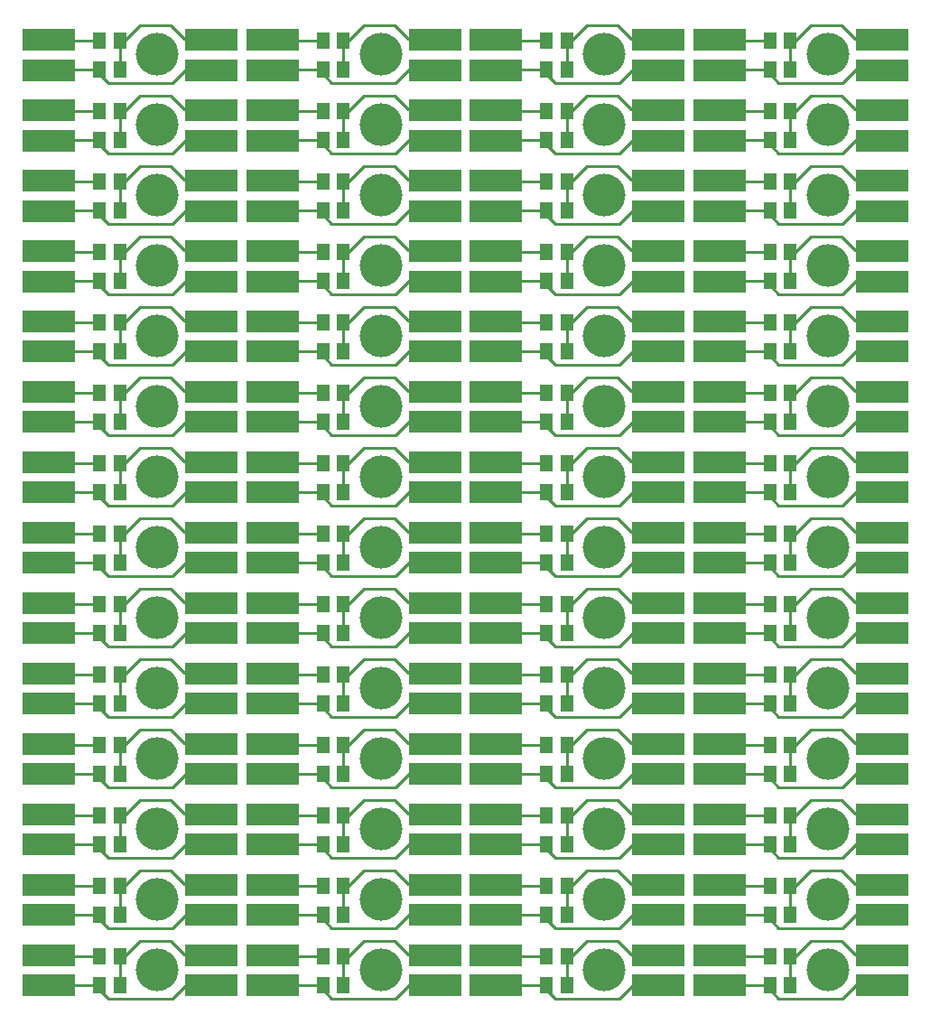
<source format=gbr>
%FSLAX34Y34*%
%MOMM*%
%LNCOPPER_BOTTOM*%
G71*
G01*
%ADD10R, 5.000X2.000*%
%ADD11R, 1.300X1.600*%
%ADD12C, 0.250*%
%ADD13C, 4.000*%
%LPD*%
X33332Y947083D02*
G54D10*
D03*
X33332Y975658D02*
G54D10*
D03*
X80962Y974725D02*
G54D11*
D03*
X99962Y974725D02*
G54D11*
D03*
X80962Y947738D02*
G54D11*
D03*
X99962Y947738D02*
G54D11*
D03*
G54D12*
X80962Y974725D02*
X52388Y974725D01*
G54D12*
X80962Y947738D02*
X52388Y947738D01*
G54D12*
X99962Y974725D02*
X99962Y949325D01*
X185732Y947083D02*
G54D10*
D03*
X185732Y975658D02*
G54D10*
D03*
X134938Y962025D02*
G54D13*
D03*
G54D12*
X99962Y974725D02*
X104775Y974725D01*
X119062Y989012D01*
X147638Y989012D01*
X160338Y976312D01*
X185077Y976312D01*
X185732Y975658D01*
G54D12*
X80962Y947738D02*
X80962Y942975D01*
X88900Y935038D01*
X149225Y935038D01*
X161925Y947738D01*
X185077Y947738D01*
X185732Y947083D01*
X242882Y947083D02*
G54D10*
D03*
X242882Y975658D02*
G54D10*
D03*
X290512Y974725D02*
G54D11*
D03*
X309512Y974725D02*
G54D11*
D03*
X290512Y947738D02*
G54D11*
D03*
X309512Y947738D02*
G54D11*
D03*
G54D12*
X290512Y974725D02*
X261938Y974725D01*
G54D12*
X290512Y947738D02*
X261938Y947738D01*
G54D12*
X309512Y974725D02*
X309512Y949325D01*
X395282Y947083D02*
G54D10*
D03*
X395282Y975658D02*
G54D10*
D03*
X344488Y962025D02*
G54D13*
D03*
G54D12*
X309512Y974725D02*
X314325Y974725D01*
X328612Y989012D01*
X357188Y989012D01*
X369888Y976312D01*
X394627Y976312D01*
X395282Y975658D01*
G54D12*
X290512Y947738D02*
X290512Y942975D01*
X298450Y935038D01*
X358775Y935038D01*
X371475Y947738D01*
X394627Y947738D01*
X395282Y947083D01*
X452432Y947083D02*
G54D10*
D03*
X452432Y975658D02*
G54D10*
D03*
X500062Y974725D02*
G54D11*
D03*
X519062Y974725D02*
G54D11*
D03*
X500062Y947738D02*
G54D11*
D03*
X519062Y947738D02*
G54D11*
D03*
G54D12*
X500062Y974725D02*
X471488Y974725D01*
G54D12*
X500062Y947738D02*
X471488Y947738D01*
G54D12*
X519062Y974725D02*
X519062Y949325D01*
X604832Y947083D02*
G54D10*
D03*
X604832Y975658D02*
G54D10*
D03*
X554038Y962025D02*
G54D13*
D03*
G54D12*
X519062Y974725D02*
X523875Y974725D01*
X538162Y989012D01*
X566738Y989012D01*
X579438Y976312D01*
X604177Y976312D01*
X604832Y975658D01*
G54D12*
X500062Y947738D02*
X500062Y942975D01*
X508000Y935038D01*
X568325Y935038D01*
X581025Y947738D01*
X604177Y947738D01*
X604832Y947083D01*
X661982Y947083D02*
G54D10*
D03*
X661982Y975658D02*
G54D10*
D03*
X709612Y974725D02*
G54D11*
D03*
X728612Y974725D02*
G54D11*
D03*
X709612Y947738D02*
G54D11*
D03*
X728612Y947738D02*
G54D11*
D03*
G54D12*
X709612Y974725D02*
X681038Y974725D01*
G54D12*
X709612Y947738D02*
X681038Y947738D01*
G54D12*
X728612Y974725D02*
X728612Y949325D01*
X814382Y947083D02*
G54D10*
D03*
X814382Y975658D02*
G54D10*
D03*
X763588Y962025D02*
G54D13*
D03*
G54D12*
X728612Y974725D02*
X733425Y974725D01*
X747712Y989012D01*
X776288Y989012D01*
X788988Y976312D01*
X813727Y976312D01*
X814382Y975658D01*
G54D12*
X709612Y947738D02*
X709612Y942975D01*
X717550Y935038D01*
X777875Y935038D01*
X790575Y947738D01*
X813727Y947738D01*
X814382Y947083D01*
X33332Y881063D02*
G54D10*
D03*
X33332Y909638D02*
G54D10*
D03*
X80962Y908705D02*
G54D11*
D03*
X99962Y908705D02*
G54D11*
D03*
X80962Y881717D02*
G54D11*
D03*
X99962Y881717D02*
G54D11*
D03*
G54D12*
X80962Y908705D02*
X52388Y908705D01*
G54D12*
X80962Y881717D02*
X52388Y881717D01*
G54D12*
X99962Y908705D02*
X99962Y883305D01*
X185732Y881063D02*
G54D10*
D03*
X185732Y909638D02*
G54D10*
D03*
X134938Y896005D02*
G54D13*
D03*
G54D12*
X99962Y908705D02*
X104775Y908705D01*
X119062Y922992D01*
X147638Y922992D01*
X160338Y910292D01*
X185077Y910292D01*
X185732Y909638D01*
G54D12*
X80962Y881717D02*
X80962Y876955D01*
X88900Y869017D01*
X149225Y869017D01*
X161925Y881717D01*
X185077Y881717D01*
X185732Y881063D01*
X242882Y881063D02*
G54D10*
D03*
X242882Y909638D02*
G54D10*
D03*
X290512Y908705D02*
G54D11*
D03*
X309512Y908705D02*
G54D11*
D03*
X290512Y881717D02*
G54D11*
D03*
X309512Y881717D02*
G54D11*
D03*
G54D12*
X290512Y908705D02*
X261938Y908705D01*
G54D12*
X290512Y881717D02*
X261938Y881717D01*
G54D12*
X309512Y908705D02*
X309512Y883305D01*
X395282Y881063D02*
G54D10*
D03*
X395282Y909638D02*
G54D10*
D03*
X344488Y896005D02*
G54D13*
D03*
G54D12*
X309512Y908705D02*
X314325Y908705D01*
X328612Y922992D01*
X357188Y922992D01*
X369888Y910292D01*
X394627Y910292D01*
X395282Y909638D01*
G54D12*
X290512Y881717D02*
X290512Y876955D01*
X298450Y869017D01*
X358775Y869017D01*
X371475Y881717D01*
X394627Y881717D01*
X395282Y881063D01*
X452432Y881063D02*
G54D10*
D03*
X452432Y909638D02*
G54D10*
D03*
X500062Y908705D02*
G54D11*
D03*
X519062Y908705D02*
G54D11*
D03*
X500062Y881717D02*
G54D11*
D03*
X519062Y881717D02*
G54D11*
D03*
G54D12*
X500062Y908705D02*
X471488Y908705D01*
G54D12*
X500062Y881717D02*
X471488Y881717D01*
G54D12*
X519062Y908705D02*
X519062Y883305D01*
X604832Y881063D02*
G54D10*
D03*
X604832Y909638D02*
G54D10*
D03*
X554038Y896005D02*
G54D13*
D03*
G54D12*
X519062Y908705D02*
X523875Y908705D01*
X538162Y922992D01*
X566738Y922992D01*
X579438Y910292D01*
X604177Y910292D01*
X604832Y909638D01*
G54D12*
X500062Y881717D02*
X500062Y876955D01*
X508000Y869017D01*
X568325Y869017D01*
X581025Y881717D01*
X604177Y881717D01*
X604832Y881063D01*
X661982Y881063D02*
G54D10*
D03*
X661982Y909638D02*
G54D10*
D03*
X709612Y908705D02*
G54D11*
D03*
X728612Y908705D02*
G54D11*
D03*
X709612Y881717D02*
G54D11*
D03*
X728612Y881717D02*
G54D11*
D03*
G54D12*
X709612Y908705D02*
X681038Y908705D01*
G54D12*
X709612Y881717D02*
X681038Y881717D01*
G54D12*
X728612Y908705D02*
X728612Y883305D01*
X814382Y881063D02*
G54D10*
D03*
X814382Y909638D02*
G54D10*
D03*
X763588Y896005D02*
G54D13*
D03*
G54D12*
X728612Y908705D02*
X733425Y908705D01*
X747712Y922992D01*
X776288Y922992D01*
X788988Y910292D01*
X813727Y910292D01*
X814382Y909638D01*
G54D12*
X709612Y881717D02*
X709612Y876955D01*
X717550Y869017D01*
X777875Y869017D01*
X790575Y881717D01*
X813727Y881717D01*
X814382Y881063D01*
X33332Y815043D02*
G54D10*
D03*
X33332Y843617D02*
G54D10*
D03*
X80962Y842685D02*
G54D11*
D03*
X99962Y842685D02*
G54D11*
D03*
X80962Y815697D02*
G54D11*
D03*
X99962Y815697D02*
G54D11*
D03*
G54D12*
X80962Y842685D02*
X52388Y842685D01*
G54D12*
X80962Y815697D02*
X52388Y815697D01*
G54D12*
X99962Y842685D02*
X99962Y817285D01*
X185732Y815043D02*
G54D10*
D03*
X185732Y843617D02*
G54D10*
D03*
X134938Y829985D02*
G54D13*
D03*
G54D12*
X99962Y842685D02*
X104775Y842685D01*
X119062Y856972D01*
X147638Y856972D01*
X160338Y844272D01*
X185077Y844272D01*
X185732Y843617D01*
G54D12*
X80962Y815697D02*
X80962Y810935D01*
X88900Y802997D01*
X149225Y802997D01*
X161925Y815697D01*
X185077Y815697D01*
X185732Y815043D01*
X242882Y815043D02*
G54D10*
D03*
X242882Y843617D02*
G54D10*
D03*
X290512Y842685D02*
G54D11*
D03*
X309512Y842685D02*
G54D11*
D03*
X290512Y815697D02*
G54D11*
D03*
X309512Y815697D02*
G54D11*
D03*
G54D12*
X290512Y842685D02*
X261938Y842685D01*
G54D12*
X290512Y815697D02*
X261938Y815697D01*
G54D12*
X309512Y842685D02*
X309512Y817285D01*
X395282Y815043D02*
G54D10*
D03*
X395282Y843617D02*
G54D10*
D03*
X344488Y829985D02*
G54D13*
D03*
G54D12*
X309512Y842685D02*
X314325Y842685D01*
X328612Y856972D01*
X357188Y856972D01*
X369888Y844272D01*
X394627Y844272D01*
X395282Y843617D01*
G54D12*
X290512Y815697D02*
X290512Y810935D01*
X298450Y802997D01*
X358775Y802997D01*
X371475Y815697D01*
X394627Y815697D01*
X395282Y815043D01*
X452432Y815043D02*
G54D10*
D03*
X452432Y843617D02*
G54D10*
D03*
X500062Y842685D02*
G54D11*
D03*
X519062Y842685D02*
G54D11*
D03*
X500062Y815697D02*
G54D11*
D03*
X519062Y815697D02*
G54D11*
D03*
G54D12*
X500062Y842685D02*
X471488Y842685D01*
G54D12*
X500062Y815697D02*
X471488Y815697D01*
G54D12*
X519062Y842685D02*
X519062Y817285D01*
X604832Y815043D02*
G54D10*
D03*
X604832Y843617D02*
G54D10*
D03*
X554038Y829985D02*
G54D13*
D03*
G54D12*
X519062Y842685D02*
X523875Y842685D01*
X538162Y856972D01*
X566738Y856972D01*
X579438Y844272D01*
X604177Y844272D01*
X604832Y843617D01*
G54D12*
X500062Y815697D02*
X500062Y810935D01*
X508000Y802997D01*
X568325Y802997D01*
X581025Y815697D01*
X604177Y815697D01*
X604832Y815043D01*
X661982Y815043D02*
G54D10*
D03*
X661982Y843617D02*
G54D10*
D03*
X709612Y842685D02*
G54D11*
D03*
X728612Y842685D02*
G54D11*
D03*
X709612Y815697D02*
G54D11*
D03*
X728612Y815697D02*
G54D11*
D03*
G54D12*
X709612Y842685D02*
X681038Y842685D01*
G54D12*
X709612Y815697D02*
X681038Y815697D01*
G54D12*
X728612Y842685D02*
X728612Y817285D01*
X814382Y815043D02*
G54D10*
D03*
X814382Y843617D02*
G54D10*
D03*
X763588Y829985D02*
G54D13*
D03*
G54D12*
X728612Y842685D02*
X733425Y842685D01*
X747712Y856972D01*
X776288Y856972D01*
X788988Y844272D01*
X813727Y844272D01*
X814382Y843617D01*
G54D12*
X709612Y815697D02*
X709612Y810935D01*
X717550Y802997D01*
X777875Y802997D01*
X790575Y815697D01*
X813727Y815697D01*
X814382Y815043D01*
X33332Y749023D02*
G54D10*
D03*
X33332Y777597D02*
G54D10*
D03*
X80962Y776665D02*
G54D11*
D03*
X99962Y776665D02*
G54D11*
D03*
X80962Y749677D02*
G54D11*
D03*
X99962Y749677D02*
G54D11*
D03*
G54D12*
X80962Y776665D02*
X52388Y776665D01*
G54D12*
X80962Y749677D02*
X52388Y749677D01*
G54D12*
X99962Y776665D02*
X99962Y751265D01*
X185732Y749023D02*
G54D10*
D03*
X185732Y777597D02*
G54D10*
D03*
X134938Y763965D02*
G54D13*
D03*
G54D12*
X99962Y776665D02*
X104775Y776665D01*
X119062Y790952D01*
X147638Y790952D01*
X160338Y778252D01*
X185077Y778252D01*
X185732Y777597D01*
G54D12*
X80962Y749677D02*
X80962Y744915D01*
X88900Y736978D01*
X149225Y736978D01*
X161925Y749677D01*
X185077Y749677D01*
X185732Y749023D01*
X242882Y749023D02*
G54D10*
D03*
X242882Y777597D02*
G54D10*
D03*
X290512Y776665D02*
G54D11*
D03*
X309512Y776665D02*
G54D11*
D03*
X290512Y749677D02*
G54D11*
D03*
X309512Y749677D02*
G54D11*
D03*
G54D12*
X290512Y776665D02*
X261938Y776665D01*
G54D12*
X290512Y749677D02*
X261938Y749677D01*
G54D12*
X309512Y776665D02*
X309512Y751265D01*
X395282Y749023D02*
G54D10*
D03*
X395282Y777597D02*
G54D10*
D03*
X344488Y763965D02*
G54D13*
D03*
G54D12*
X309512Y776665D02*
X314325Y776665D01*
X328612Y790952D01*
X357188Y790952D01*
X369888Y778252D01*
X394627Y778252D01*
X395282Y777597D01*
G54D12*
X290512Y749677D02*
X290512Y744915D01*
X298450Y736978D01*
X358775Y736978D01*
X371475Y749677D01*
X394627Y749677D01*
X395282Y749023D01*
X452432Y749023D02*
G54D10*
D03*
X452432Y777597D02*
G54D10*
D03*
X500062Y776665D02*
G54D11*
D03*
X519062Y776665D02*
G54D11*
D03*
X500062Y749677D02*
G54D11*
D03*
X519062Y749677D02*
G54D11*
D03*
G54D12*
X500062Y776665D02*
X471488Y776665D01*
G54D12*
X500062Y749677D02*
X471488Y749677D01*
G54D12*
X519062Y776665D02*
X519062Y751265D01*
X604832Y749023D02*
G54D10*
D03*
X604832Y777597D02*
G54D10*
D03*
X554038Y763965D02*
G54D13*
D03*
G54D12*
X519062Y776665D02*
X523875Y776665D01*
X538162Y790952D01*
X566738Y790952D01*
X579438Y778252D01*
X604177Y778252D01*
X604832Y777597D01*
G54D12*
X500062Y749677D02*
X500062Y744915D01*
X508000Y736978D01*
X568325Y736978D01*
X581025Y749677D01*
X604177Y749677D01*
X604832Y749023D01*
X661982Y749023D02*
G54D10*
D03*
X661982Y777597D02*
G54D10*
D03*
X709612Y776665D02*
G54D11*
D03*
X728612Y776665D02*
G54D11*
D03*
X709612Y749677D02*
G54D11*
D03*
X728612Y749677D02*
G54D11*
D03*
G54D12*
X709612Y776665D02*
X681038Y776665D01*
G54D12*
X709612Y749677D02*
X681038Y749677D01*
G54D12*
X728612Y776665D02*
X728612Y751265D01*
X814382Y749023D02*
G54D10*
D03*
X814382Y777597D02*
G54D10*
D03*
X763588Y763965D02*
G54D13*
D03*
G54D12*
X728612Y776665D02*
X733425Y776665D01*
X747712Y790952D01*
X776288Y790952D01*
X788988Y778252D01*
X813727Y778252D01*
X814382Y777597D01*
G54D12*
X709612Y749677D02*
X709612Y744915D01*
X717550Y736978D01*
X777875Y736978D01*
X790575Y749677D01*
X813727Y749677D01*
X814382Y749023D01*
X33332Y683003D02*
G54D10*
D03*
X33332Y711578D02*
G54D10*
D03*
X80962Y710645D02*
G54D11*
D03*
X99962Y710645D02*
G54D11*
D03*
X80962Y683658D02*
G54D11*
D03*
X99962Y683658D02*
G54D11*
D03*
G54D12*
X80962Y710645D02*
X52388Y710645D01*
G54D12*
X80962Y683658D02*
X52388Y683658D01*
G54D12*
X99962Y710645D02*
X99962Y685245D01*
X185732Y683003D02*
G54D10*
D03*
X185732Y711578D02*
G54D10*
D03*
X134938Y697945D02*
G54D13*
D03*
G54D12*
X99962Y710645D02*
X104775Y710645D01*
X119062Y724932D01*
X147638Y724932D01*
X160338Y712232D01*
X185077Y712232D01*
X185732Y711578D01*
G54D12*
X80962Y683658D02*
X80962Y678895D01*
X88900Y670958D01*
X149225Y670958D01*
X161925Y683658D01*
X185077Y683658D01*
X185732Y683003D01*
X242882Y683003D02*
G54D10*
D03*
X242882Y711578D02*
G54D10*
D03*
X290512Y710645D02*
G54D11*
D03*
X309512Y710645D02*
G54D11*
D03*
X290512Y683658D02*
G54D11*
D03*
X309512Y683658D02*
G54D11*
D03*
G54D12*
X290512Y710645D02*
X261938Y710645D01*
G54D12*
X290512Y683658D02*
X261938Y683658D01*
G54D12*
X309512Y710645D02*
X309512Y685245D01*
X395282Y683003D02*
G54D10*
D03*
X395282Y711578D02*
G54D10*
D03*
X344488Y697945D02*
G54D13*
D03*
G54D12*
X309512Y710645D02*
X314325Y710645D01*
X328612Y724932D01*
X357188Y724932D01*
X369888Y712232D01*
X394627Y712232D01*
X395282Y711578D01*
G54D12*
X290512Y683658D02*
X290512Y678895D01*
X298450Y670958D01*
X358775Y670958D01*
X371475Y683658D01*
X394627Y683658D01*
X395282Y683003D01*
X452432Y683003D02*
G54D10*
D03*
X452432Y711578D02*
G54D10*
D03*
X500062Y710645D02*
G54D11*
D03*
X519062Y710645D02*
G54D11*
D03*
X500062Y683658D02*
G54D11*
D03*
X519062Y683658D02*
G54D11*
D03*
G54D12*
X500062Y710645D02*
X471488Y710645D01*
G54D12*
X500062Y683658D02*
X471488Y683658D01*
G54D12*
X519062Y710645D02*
X519062Y685245D01*
X604832Y683003D02*
G54D10*
D03*
X604832Y711578D02*
G54D10*
D03*
X554038Y697945D02*
G54D13*
D03*
G54D12*
X519062Y710645D02*
X523875Y710645D01*
X538162Y724932D01*
X566738Y724932D01*
X579438Y712232D01*
X604177Y712232D01*
X604832Y711578D01*
G54D12*
X500062Y683658D02*
X500062Y678895D01*
X508000Y670958D01*
X568325Y670958D01*
X581025Y683658D01*
X604177Y683658D01*
X604832Y683003D01*
X661982Y683003D02*
G54D10*
D03*
X661982Y711578D02*
G54D10*
D03*
X709612Y710645D02*
G54D11*
D03*
X728612Y710645D02*
G54D11*
D03*
X709612Y683658D02*
G54D11*
D03*
X728612Y683658D02*
G54D11*
D03*
G54D12*
X709612Y710645D02*
X681038Y710645D01*
G54D12*
X709612Y683658D02*
X681038Y683658D01*
G54D12*
X728612Y710645D02*
X728612Y685245D01*
X814382Y683003D02*
G54D10*
D03*
X814382Y711578D02*
G54D10*
D03*
X763588Y697945D02*
G54D13*
D03*
G54D12*
X728612Y710645D02*
X733425Y710645D01*
X747712Y724932D01*
X776288Y724932D01*
X788988Y712232D01*
X813727Y712232D01*
X814382Y711578D01*
G54D12*
X709612Y683658D02*
X709612Y678895D01*
X717550Y670958D01*
X777875Y670958D01*
X790575Y683658D01*
X813727Y683658D01*
X814382Y683003D01*
X33332Y616983D02*
G54D10*
D03*
X33332Y645558D02*
G54D10*
D03*
X80962Y644625D02*
G54D11*
D03*
X99962Y644625D02*
G54D11*
D03*
X80962Y617638D02*
G54D11*
D03*
X99962Y617638D02*
G54D11*
D03*
G54D12*
X80962Y644625D02*
X52388Y644625D01*
G54D12*
X80962Y617638D02*
X52388Y617638D01*
G54D12*
X99962Y644625D02*
X99962Y619225D01*
X185732Y616983D02*
G54D10*
D03*
X185732Y645558D02*
G54D10*
D03*
X134938Y631925D02*
G54D13*
D03*
G54D12*
X99962Y644625D02*
X104775Y644625D01*
X119062Y658912D01*
X147638Y658912D01*
X160338Y646212D01*
X185077Y646212D01*
X185732Y645558D01*
G54D12*
X80962Y617638D02*
X80962Y612875D01*
X88900Y604938D01*
X149225Y604938D01*
X161925Y617638D01*
X185077Y617638D01*
X185732Y616983D01*
X242882Y616983D02*
G54D10*
D03*
X242882Y645558D02*
G54D10*
D03*
X290512Y644625D02*
G54D11*
D03*
X309512Y644625D02*
G54D11*
D03*
X290512Y617638D02*
G54D11*
D03*
X309512Y617638D02*
G54D11*
D03*
G54D12*
X290512Y644625D02*
X261938Y644625D01*
G54D12*
X290512Y617638D02*
X261938Y617638D01*
G54D12*
X309512Y644625D02*
X309512Y619225D01*
X395282Y616983D02*
G54D10*
D03*
X395282Y645558D02*
G54D10*
D03*
X344488Y631925D02*
G54D13*
D03*
G54D12*
X309512Y644625D02*
X314325Y644625D01*
X328612Y658912D01*
X357188Y658912D01*
X369888Y646212D01*
X394627Y646212D01*
X395282Y645558D01*
G54D12*
X290512Y617638D02*
X290512Y612875D01*
X298450Y604938D01*
X358775Y604938D01*
X371475Y617638D01*
X394627Y617638D01*
X395282Y616983D01*
X452432Y616983D02*
G54D10*
D03*
X452432Y645558D02*
G54D10*
D03*
X500062Y644625D02*
G54D11*
D03*
X519062Y644625D02*
G54D11*
D03*
X500062Y617638D02*
G54D11*
D03*
X519062Y617638D02*
G54D11*
D03*
G54D12*
X500062Y644625D02*
X471488Y644625D01*
G54D12*
X500062Y617638D02*
X471488Y617638D01*
G54D12*
X519062Y644625D02*
X519062Y619225D01*
X604832Y616983D02*
G54D10*
D03*
X604832Y645558D02*
G54D10*
D03*
X554038Y631925D02*
G54D13*
D03*
G54D12*
X519062Y644625D02*
X523875Y644625D01*
X538162Y658912D01*
X566738Y658912D01*
X579438Y646212D01*
X604177Y646212D01*
X604832Y645558D01*
G54D12*
X500062Y617638D02*
X500062Y612875D01*
X508000Y604938D01*
X568325Y604938D01*
X581025Y617638D01*
X604177Y617638D01*
X604832Y616983D01*
X661982Y616983D02*
G54D10*
D03*
X661982Y645558D02*
G54D10*
D03*
X709612Y644625D02*
G54D11*
D03*
X728612Y644625D02*
G54D11*
D03*
X709612Y617638D02*
G54D11*
D03*
X728612Y617638D02*
G54D11*
D03*
G54D12*
X709612Y644625D02*
X681038Y644625D01*
G54D12*
X709612Y617638D02*
X681038Y617638D01*
G54D12*
X728612Y644625D02*
X728612Y619225D01*
X814382Y616983D02*
G54D10*
D03*
X814382Y645558D02*
G54D10*
D03*
X763588Y631925D02*
G54D13*
D03*
G54D12*
X728612Y644625D02*
X733425Y644625D01*
X747712Y658912D01*
X776288Y658912D01*
X788988Y646212D01*
X813727Y646212D01*
X814382Y645558D01*
G54D12*
X709612Y617638D02*
X709612Y612875D01*
X717550Y604938D01*
X777875Y604938D01*
X790575Y617638D01*
X813727Y617638D01*
X814382Y616983D01*
X33332Y550963D02*
G54D10*
D03*
X33332Y579538D02*
G54D10*
D03*
X80962Y578605D02*
G54D11*
D03*
X99962Y578605D02*
G54D11*
D03*
X80962Y551618D02*
G54D11*
D03*
X99962Y551618D02*
G54D11*
D03*
G54D12*
X80962Y578605D02*
X52388Y578605D01*
G54D12*
X80962Y551618D02*
X52388Y551618D01*
G54D12*
X99962Y578605D02*
X99962Y553205D01*
X185732Y550963D02*
G54D10*
D03*
X185732Y579538D02*
G54D10*
D03*
X134938Y565905D02*
G54D13*
D03*
G54D12*
X99962Y578605D02*
X104775Y578605D01*
X119062Y592892D01*
X147638Y592892D01*
X160338Y580192D01*
X185077Y580192D01*
X185732Y579538D01*
G54D12*
X80962Y551618D02*
X80962Y546855D01*
X88900Y538918D01*
X149225Y538918D01*
X161925Y551618D01*
X185077Y551618D01*
X185732Y550963D01*
X242882Y550963D02*
G54D10*
D03*
X242882Y579538D02*
G54D10*
D03*
X290512Y578605D02*
G54D11*
D03*
X309512Y578605D02*
G54D11*
D03*
X290512Y551618D02*
G54D11*
D03*
X309512Y551618D02*
G54D11*
D03*
G54D12*
X290512Y578605D02*
X261938Y578605D01*
G54D12*
X290512Y551618D02*
X261938Y551618D01*
G54D12*
X309512Y578605D02*
X309512Y553205D01*
X395282Y550963D02*
G54D10*
D03*
X395282Y579538D02*
G54D10*
D03*
X344488Y565905D02*
G54D13*
D03*
G54D12*
X309512Y578605D02*
X314325Y578605D01*
X328612Y592892D01*
X357188Y592892D01*
X369888Y580192D01*
X394627Y580192D01*
X395282Y579538D01*
G54D12*
X290512Y551618D02*
X290512Y546855D01*
X298450Y538918D01*
X358775Y538918D01*
X371475Y551618D01*
X394627Y551618D01*
X395282Y550963D01*
X452432Y550963D02*
G54D10*
D03*
X452432Y579538D02*
G54D10*
D03*
X500062Y578605D02*
G54D11*
D03*
X519062Y578605D02*
G54D11*
D03*
X500062Y551618D02*
G54D11*
D03*
X519062Y551618D02*
G54D11*
D03*
G54D12*
X500062Y578605D02*
X471488Y578605D01*
G54D12*
X500062Y551618D02*
X471488Y551618D01*
G54D12*
X519062Y578605D02*
X519062Y553205D01*
X604832Y550963D02*
G54D10*
D03*
X604832Y579538D02*
G54D10*
D03*
X554038Y565905D02*
G54D13*
D03*
G54D12*
X519062Y578605D02*
X523875Y578605D01*
X538162Y592892D01*
X566738Y592892D01*
X579438Y580192D01*
X604177Y580192D01*
X604832Y579538D01*
G54D12*
X500062Y551618D02*
X500062Y546855D01*
X508000Y538918D01*
X568325Y538918D01*
X581025Y551618D01*
X604177Y551618D01*
X604832Y550963D01*
X661982Y550963D02*
G54D10*
D03*
X661982Y579538D02*
G54D10*
D03*
X709612Y578605D02*
G54D11*
D03*
X728612Y578605D02*
G54D11*
D03*
X709612Y551618D02*
G54D11*
D03*
X728612Y551618D02*
G54D11*
D03*
G54D12*
X709612Y578605D02*
X681038Y578605D01*
G54D12*
X709612Y551618D02*
X681038Y551618D01*
G54D12*
X728612Y578605D02*
X728612Y553205D01*
X814382Y550963D02*
G54D10*
D03*
X814382Y579538D02*
G54D10*
D03*
X763588Y565905D02*
G54D13*
D03*
G54D12*
X728612Y578605D02*
X733425Y578605D01*
X747712Y592892D01*
X776288Y592892D01*
X788988Y580192D01*
X813727Y580192D01*
X814382Y579538D01*
G54D12*
X709612Y551618D02*
X709612Y546855D01*
X717550Y538918D01*
X777875Y538918D01*
X790575Y551618D01*
X813727Y551618D01*
X814382Y550963D01*
X33332Y484943D02*
G54D10*
D03*
X33332Y513518D02*
G54D10*
D03*
X80962Y512585D02*
G54D11*
D03*
X99962Y512585D02*
G54D11*
D03*
X80962Y485598D02*
G54D11*
D03*
X99962Y485598D02*
G54D11*
D03*
G54D12*
X80962Y512585D02*
X52388Y512585D01*
G54D12*
X80962Y485598D02*
X52388Y485598D01*
G54D12*
X99962Y512585D02*
X99962Y487185D01*
X185732Y484943D02*
G54D10*
D03*
X185732Y513518D02*
G54D10*
D03*
X134938Y499885D02*
G54D13*
D03*
G54D12*
X99962Y512585D02*
X104775Y512585D01*
X119062Y526872D01*
X147638Y526872D01*
X160338Y514172D01*
X185077Y514172D01*
X185732Y513518D01*
G54D12*
X80962Y485598D02*
X80962Y480835D01*
X88900Y472898D01*
X149225Y472898D01*
X161925Y485598D01*
X185077Y485598D01*
X185732Y484943D01*
X242882Y484943D02*
G54D10*
D03*
X242882Y513518D02*
G54D10*
D03*
X290512Y512585D02*
G54D11*
D03*
X309512Y512585D02*
G54D11*
D03*
X290512Y485598D02*
G54D11*
D03*
X309512Y485598D02*
G54D11*
D03*
G54D12*
X290512Y512585D02*
X261938Y512585D01*
G54D12*
X290512Y485598D02*
X261938Y485598D01*
G54D12*
X309512Y512585D02*
X309512Y487185D01*
X395282Y484943D02*
G54D10*
D03*
X395282Y513518D02*
G54D10*
D03*
X344488Y499885D02*
G54D13*
D03*
G54D12*
X309512Y512585D02*
X314325Y512585D01*
X328612Y526872D01*
X357188Y526872D01*
X369888Y514172D01*
X394627Y514172D01*
X395282Y513518D01*
G54D12*
X290512Y485598D02*
X290512Y480835D01*
X298450Y472898D01*
X358775Y472898D01*
X371475Y485598D01*
X394627Y485598D01*
X395282Y484943D01*
X452432Y484943D02*
G54D10*
D03*
X452432Y513518D02*
G54D10*
D03*
X500062Y512585D02*
G54D11*
D03*
X519062Y512585D02*
G54D11*
D03*
X500062Y485598D02*
G54D11*
D03*
X519062Y485598D02*
G54D11*
D03*
G54D12*
X500062Y512585D02*
X471488Y512585D01*
G54D12*
X500062Y485598D02*
X471488Y485598D01*
G54D12*
X519062Y512585D02*
X519062Y487185D01*
X604832Y484943D02*
G54D10*
D03*
X604832Y513518D02*
G54D10*
D03*
X554038Y499885D02*
G54D13*
D03*
G54D12*
X519062Y512585D02*
X523875Y512585D01*
X538162Y526872D01*
X566738Y526872D01*
X579438Y514172D01*
X604177Y514172D01*
X604832Y513518D01*
G54D12*
X500062Y485598D02*
X500062Y480835D01*
X508000Y472898D01*
X568325Y472898D01*
X581025Y485598D01*
X604177Y485598D01*
X604832Y484943D01*
X661982Y484943D02*
G54D10*
D03*
X661982Y513518D02*
G54D10*
D03*
X709612Y512585D02*
G54D11*
D03*
X728612Y512585D02*
G54D11*
D03*
X709612Y485598D02*
G54D11*
D03*
X728612Y485598D02*
G54D11*
D03*
G54D12*
X709612Y512585D02*
X681038Y512585D01*
G54D12*
X709612Y485598D02*
X681038Y485598D01*
G54D12*
X728612Y512585D02*
X728612Y487185D01*
X814382Y484943D02*
G54D10*
D03*
X814382Y513518D02*
G54D10*
D03*
X763588Y499885D02*
G54D13*
D03*
G54D12*
X728612Y512585D02*
X733425Y512585D01*
X747712Y526872D01*
X776288Y526872D01*
X788988Y514172D01*
X813727Y514172D01*
X814382Y513518D01*
G54D12*
X709612Y485598D02*
X709612Y480835D01*
X717550Y472898D01*
X777875Y472898D01*
X790575Y485598D01*
X813727Y485598D01*
X814382Y484943D01*
X33332Y418923D02*
G54D10*
D03*
X33332Y447498D02*
G54D10*
D03*
X80962Y446565D02*
G54D11*
D03*
X99962Y446565D02*
G54D11*
D03*
X80962Y419578D02*
G54D11*
D03*
X99962Y419578D02*
G54D11*
D03*
G54D12*
X80962Y446565D02*
X52388Y446565D01*
G54D12*
X80962Y419578D02*
X52388Y419578D01*
G54D12*
X99962Y446565D02*
X99962Y421165D01*
X185732Y418923D02*
G54D10*
D03*
X185732Y447498D02*
G54D10*
D03*
X134938Y433865D02*
G54D13*
D03*
G54D12*
X99962Y446565D02*
X104775Y446565D01*
X119062Y460852D01*
X147638Y460852D01*
X160338Y448152D01*
X185077Y448152D01*
X185732Y447498D01*
G54D12*
X80962Y419578D02*
X80962Y414815D01*
X88900Y406878D01*
X149225Y406878D01*
X161925Y419578D01*
X185077Y419578D01*
X185732Y418923D01*
X242882Y418923D02*
G54D10*
D03*
X242882Y447498D02*
G54D10*
D03*
X290512Y446565D02*
G54D11*
D03*
X309512Y446565D02*
G54D11*
D03*
X290512Y419578D02*
G54D11*
D03*
X309512Y419578D02*
G54D11*
D03*
G54D12*
X290512Y446565D02*
X261938Y446565D01*
G54D12*
X290512Y419578D02*
X261938Y419578D01*
G54D12*
X309512Y446565D02*
X309512Y421165D01*
X395282Y418923D02*
G54D10*
D03*
X395282Y447498D02*
G54D10*
D03*
X344488Y433865D02*
G54D13*
D03*
G54D12*
X309512Y446565D02*
X314325Y446565D01*
X328612Y460852D01*
X357188Y460852D01*
X369888Y448152D01*
X394627Y448152D01*
X395282Y447498D01*
G54D12*
X290512Y419578D02*
X290512Y414815D01*
X298450Y406878D01*
X358775Y406878D01*
X371475Y419578D01*
X394627Y419578D01*
X395282Y418923D01*
X452432Y418923D02*
G54D10*
D03*
X452432Y447498D02*
G54D10*
D03*
X500062Y446565D02*
G54D11*
D03*
X519062Y446565D02*
G54D11*
D03*
X500062Y419578D02*
G54D11*
D03*
X519062Y419578D02*
G54D11*
D03*
G54D12*
X500062Y446565D02*
X471488Y446565D01*
G54D12*
X500062Y419578D02*
X471488Y419578D01*
G54D12*
X519062Y446565D02*
X519062Y421165D01*
X604832Y418923D02*
G54D10*
D03*
X604832Y447498D02*
G54D10*
D03*
X554038Y433865D02*
G54D13*
D03*
G54D12*
X519062Y446565D02*
X523875Y446565D01*
X538162Y460852D01*
X566738Y460852D01*
X579438Y448152D01*
X604177Y448152D01*
X604832Y447498D01*
G54D12*
X500062Y419578D02*
X500062Y414815D01*
X508000Y406878D01*
X568325Y406878D01*
X581025Y419578D01*
X604177Y419578D01*
X604832Y418923D01*
X661982Y418923D02*
G54D10*
D03*
X661982Y447498D02*
G54D10*
D03*
X709612Y446565D02*
G54D11*
D03*
X728612Y446565D02*
G54D11*
D03*
X709612Y419578D02*
G54D11*
D03*
X728612Y419578D02*
G54D11*
D03*
G54D12*
X709612Y446565D02*
X681038Y446565D01*
G54D12*
X709612Y419578D02*
X681038Y419578D01*
G54D12*
X728612Y446565D02*
X728612Y421165D01*
X814382Y418923D02*
G54D10*
D03*
X814382Y447498D02*
G54D10*
D03*
X763588Y433865D02*
G54D13*
D03*
G54D12*
X728612Y446565D02*
X733425Y446565D01*
X747712Y460852D01*
X776288Y460852D01*
X788988Y448152D01*
X813727Y448152D01*
X814382Y447498D01*
G54D12*
X709612Y419578D02*
X709612Y414815D01*
X717550Y406878D01*
X777875Y406878D01*
X790575Y419578D01*
X813727Y419578D01*
X814382Y418923D01*
X33332Y352903D02*
G54D10*
D03*
X33332Y381478D02*
G54D10*
D03*
X80962Y380545D02*
G54D11*
D03*
X99962Y380545D02*
G54D11*
D03*
X80962Y353558D02*
G54D11*
D03*
X99962Y353558D02*
G54D11*
D03*
G54D12*
X80962Y380545D02*
X52388Y380545D01*
G54D12*
X80962Y353558D02*
X52388Y353558D01*
G54D12*
X99962Y380545D02*
X99962Y355145D01*
X185732Y352903D02*
G54D10*
D03*
X185732Y381478D02*
G54D10*
D03*
X134938Y367845D02*
G54D13*
D03*
G54D12*
X99962Y380545D02*
X104775Y380545D01*
X119062Y394832D01*
X147638Y394832D01*
X160338Y382132D01*
X185077Y382132D01*
X185732Y381478D01*
G54D12*
X80962Y353558D02*
X80962Y348795D01*
X88900Y340858D01*
X149225Y340858D01*
X161925Y353558D01*
X185077Y353558D01*
X185732Y352903D01*
X242882Y352903D02*
G54D10*
D03*
X242882Y381478D02*
G54D10*
D03*
X290512Y380545D02*
G54D11*
D03*
X309512Y380545D02*
G54D11*
D03*
X290512Y353558D02*
G54D11*
D03*
X309512Y353558D02*
G54D11*
D03*
G54D12*
X290512Y380545D02*
X261938Y380545D01*
G54D12*
X290512Y353558D02*
X261938Y353558D01*
G54D12*
X309512Y380545D02*
X309512Y355145D01*
X395282Y352903D02*
G54D10*
D03*
X395282Y381478D02*
G54D10*
D03*
X344488Y367845D02*
G54D13*
D03*
G54D12*
X309512Y380545D02*
X314325Y380545D01*
X328612Y394832D01*
X357188Y394832D01*
X369888Y382132D01*
X394627Y382132D01*
X395282Y381478D01*
G54D12*
X290512Y353558D02*
X290512Y348795D01*
X298450Y340858D01*
X358775Y340858D01*
X371475Y353558D01*
X394627Y353558D01*
X395282Y352903D01*
X452432Y352903D02*
G54D10*
D03*
X452432Y381478D02*
G54D10*
D03*
X500062Y380545D02*
G54D11*
D03*
X519062Y380545D02*
G54D11*
D03*
X500062Y353558D02*
G54D11*
D03*
X519062Y353558D02*
G54D11*
D03*
G54D12*
X500062Y380545D02*
X471488Y380545D01*
G54D12*
X500062Y353558D02*
X471488Y353558D01*
G54D12*
X519062Y380545D02*
X519062Y355145D01*
X604832Y352903D02*
G54D10*
D03*
X604832Y381478D02*
G54D10*
D03*
X554038Y367845D02*
G54D13*
D03*
G54D12*
X519062Y380545D02*
X523875Y380545D01*
X538162Y394832D01*
X566738Y394832D01*
X579438Y382132D01*
X604177Y382132D01*
X604832Y381478D01*
G54D12*
X500062Y353558D02*
X500062Y348795D01*
X508000Y340858D01*
X568325Y340858D01*
X581025Y353558D01*
X604177Y353558D01*
X604832Y352903D01*
X661982Y352903D02*
G54D10*
D03*
X661982Y381478D02*
G54D10*
D03*
X709612Y380545D02*
G54D11*
D03*
X728612Y380545D02*
G54D11*
D03*
X709612Y353558D02*
G54D11*
D03*
X728612Y353558D02*
G54D11*
D03*
G54D12*
X709612Y380545D02*
X681038Y380545D01*
G54D12*
X709612Y353558D02*
X681038Y353558D01*
G54D12*
X728612Y380545D02*
X728612Y355145D01*
X814382Y352903D02*
G54D10*
D03*
X814382Y381478D02*
G54D10*
D03*
X763588Y367845D02*
G54D13*
D03*
G54D12*
X728612Y380545D02*
X733425Y380545D01*
X747712Y394832D01*
X776288Y394832D01*
X788988Y382132D01*
X813727Y382132D01*
X814382Y381478D01*
G54D12*
X709612Y353558D02*
X709612Y348795D01*
X717550Y340858D01*
X777875Y340858D01*
X790575Y353558D01*
X813727Y353558D01*
X814382Y352903D01*
X33332Y286883D02*
G54D10*
D03*
X33332Y315458D02*
G54D10*
D03*
X80962Y314525D02*
G54D11*
D03*
X99962Y314525D02*
G54D11*
D03*
X80962Y287538D02*
G54D11*
D03*
X99962Y287538D02*
G54D11*
D03*
G54D12*
X80962Y314525D02*
X52388Y314525D01*
G54D12*
X80962Y287538D02*
X52388Y287538D01*
G54D12*
X99962Y314525D02*
X99962Y289125D01*
X185732Y286883D02*
G54D10*
D03*
X185732Y315458D02*
G54D10*
D03*
X134938Y301825D02*
G54D13*
D03*
G54D12*
X99962Y314525D02*
X104775Y314525D01*
X119062Y328812D01*
X147638Y328812D01*
X160338Y316112D01*
X185077Y316112D01*
X185732Y315458D01*
G54D12*
X80962Y287538D02*
X80962Y282775D01*
X88900Y274838D01*
X149225Y274838D01*
X161925Y287538D01*
X185077Y287538D01*
X185732Y286883D01*
X242882Y286883D02*
G54D10*
D03*
X242882Y315458D02*
G54D10*
D03*
X290512Y314525D02*
G54D11*
D03*
X309512Y314525D02*
G54D11*
D03*
X290512Y287538D02*
G54D11*
D03*
X309512Y287538D02*
G54D11*
D03*
G54D12*
X290512Y314525D02*
X261938Y314525D01*
G54D12*
X290512Y287538D02*
X261938Y287538D01*
G54D12*
X309512Y314525D02*
X309512Y289125D01*
X395282Y286883D02*
G54D10*
D03*
X395282Y315458D02*
G54D10*
D03*
X344488Y301825D02*
G54D13*
D03*
G54D12*
X309512Y314525D02*
X314325Y314525D01*
X328612Y328812D01*
X357188Y328812D01*
X369888Y316112D01*
X394627Y316112D01*
X395282Y315458D01*
G54D12*
X290512Y287538D02*
X290512Y282775D01*
X298450Y274838D01*
X358775Y274838D01*
X371475Y287538D01*
X394627Y287538D01*
X395282Y286883D01*
X452432Y286883D02*
G54D10*
D03*
X452432Y315458D02*
G54D10*
D03*
X500062Y314525D02*
G54D11*
D03*
X519062Y314525D02*
G54D11*
D03*
X500062Y287538D02*
G54D11*
D03*
X519062Y287538D02*
G54D11*
D03*
G54D12*
X500062Y314525D02*
X471488Y314525D01*
G54D12*
X500062Y287538D02*
X471488Y287538D01*
G54D12*
X519062Y314525D02*
X519062Y289125D01*
X604832Y286883D02*
G54D10*
D03*
X604832Y315458D02*
G54D10*
D03*
X554038Y301825D02*
G54D13*
D03*
G54D12*
X519062Y314525D02*
X523875Y314525D01*
X538162Y328812D01*
X566738Y328812D01*
X579438Y316112D01*
X604177Y316112D01*
X604832Y315458D01*
G54D12*
X500062Y287538D02*
X500062Y282775D01*
X508000Y274838D01*
X568325Y274838D01*
X581025Y287538D01*
X604177Y287538D01*
X604832Y286883D01*
X661982Y286883D02*
G54D10*
D03*
X661982Y315458D02*
G54D10*
D03*
X709612Y314525D02*
G54D11*
D03*
X728612Y314525D02*
G54D11*
D03*
X709612Y287538D02*
G54D11*
D03*
X728612Y287538D02*
G54D11*
D03*
G54D12*
X709612Y314525D02*
X681038Y314525D01*
G54D12*
X709612Y287538D02*
X681038Y287538D01*
G54D12*
X728612Y314525D02*
X728612Y289125D01*
X814382Y286883D02*
G54D10*
D03*
X814382Y315458D02*
G54D10*
D03*
X763588Y301825D02*
G54D13*
D03*
G54D12*
X728612Y314525D02*
X733425Y314525D01*
X747712Y328812D01*
X776288Y328812D01*
X788988Y316112D01*
X813727Y316112D01*
X814382Y315458D01*
G54D12*
X709612Y287538D02*
X709612Y282775D01*
X717550Y274838D01*
X777875Y274838D01*
X790575Y287538D01*
X813727Y287538D01*
X814382Y286883D01*
X33332Y220863D02*
G54D10*
D03*
X33332Y249438D02*
G54D10*
D03*
X80962Y248505D02*
G54D11*
D03*
X99962Y248505D02*
G54D11*
D03*
X80962Y221518D02*
G54D11*
D03*
X99962Y221518D02*
G54D11*
D03*
G54D12*
X80962Y248505D02*
X52388Y248505D01*
G54D12*
X80962Y221518D02*
X52388Y221518D01*
G54D12*
X99962Y248505D02*
X99962Y223105D01*
X185732Y220863D02*
G54D10*
D03*
X185732Y249438D02*
G54D10*
D03*
X134938Y235805D02*
G54D13*
D03*
G54D12*
X99962Y248505D02*
X104775Y248505D01*
X119062Y262792D01*
X147638Y262792D01*
X160338Y250092D01*
X185077Y250092D01*
X185732Y249438D01*
G54D12*
X80962Y221518D02*
X80962Y216755D01*
X88900Y208818D01*
X149225Y208818D01*
X161925Y221518D01*
X185077Y221518D01*
X185732Y220863D01*
X242882Y220863D02*
G54D10*
D03*
X242882Y249438D02*
G54D10*
D03*
X290512Y248505D02*
G54D11*
D03*
X309512Y248505D02*
G54D11*
D03*
X290512Y221518D02*
G54D11*
D03*
X309512Y221518D02*
G54D11*
D03*
G54D12*
X290512Y248505D02*
X261938Y248505D01*
G54D12*
X290512Y221518D02*
X261938Y221518D01*
G54D12*
X309512Y248505D02*
X309512Y223105D01*
X395282Y220863D02*
G54D10*
D03*
X395282Y249438D02*
G54D10*
D03*
X344488Y235805D02*
G54D13*
D03*
G54D12*
X309512Y248505D02*
X314325Y248505D01*
X328612Y262792D01*
X357188Y262792D01*
X369888Y250092D01*
X394627Y250092D01*
X395282Y249438D01*
G54D12*
X290512Y221518D02*
X290512Y216755D01*
X298450Y208818D01*
X358775Y208818D01*
X371475Y221518D01*
X394627Y221518D01*
X395282Y220863D01*
X452432Y220863D02*
G54D10*
D03*
X452432Y249438D02*
G54D10*
D03*
X500062Y248505D02*
G54D11*
D03*
X519062Y248505D02*
G54D11*
D03*
X500062Y221518D02*
G54D11*
D03*
X519062Y221518D02*
G54D11*
D03*
G54D12*
X500062Y248505D02*
X471488Y248505D01*
G54D12*
X500062Y221518D02*
X471488Y221518D01*
G54D12*
X519062Y248505D02*
X519062Y223105D01*
X604832Y220863D02*
G54D10*
D03*
X604832Y249438D02*
G54D10*
D03*
X554038Y235805D02*
G54D13*
D03*
G54D12*
X519062Y248505D02*
X523875Y248505D01*
X538162Y262792D01*
X566738Y262792D01*
X579438Y250092D01*
X604177Y250092D01*
X604832Y249438D01*
G54D12*
X500062Y221518D02*
X500062Y216755D01*
X508000Y208818D01*
X568325Y208818D01*
X581025Y221518D01*
X604177Y221518D01*
X604832Y220863D01*
X661982Y220863D02*
G54D10*
D03*
X661982Y249438D02*
G54D10*
D03*
X709612Y248505D02*
G54D11*
D03*
X728612Y248505D02*
G54D11*
D03*
X709612Y221518D02*
G54D11*
D03*
X728612Y221518D02*
G54D11*
D03*
G54D12*
X709612Y248505D02*
X681038Y248505D01*
G54D12*
X709612Y221518D02*
X681038Y221518D01*
G54D12*
X728612Y248505D02*
X728612Y223105D01*
X814382Y220863D02*
G54D10*
D03*
X814382Y249438D02*
G54D10*
D03*
X763588Y235805D02*
G54D13*
D03*
G54D12*
X728612Y248505D02*
X733425Y248505D01*
X747712Y262792D01*
X776288Y262792D01*
X788988Y250092D01*
X813727Y250092D01*
X814382Y249438D01*
G54D12*
X709612Y221518D02*
X709612Y216755D01*
X717550Y208818D01*
X777875Y208818D01*
X790575Y221518D01*
X813727Y221518D01*
X814382Y220863D01*
X33332Y154843D02*
G54D10*
D03*
X33332Y183418D02*
G54D10*
D03*
X80962Y182485D02*
G54D11*
D03*
X99962Y182485D02*
G54D11*
D03*
X80962Y155498D02*
G54D11*
D03*
X99962Y155498D02*
G54D11*
D03*
G54D12*
X80962Y182485D02*
X52388Y182485D01*
G54D12*
X80962Y155498D02*
X52388Y155498D01*
G54D12*
X99962Y182485D02*
X99962Y157085D01*
X185732Y154843D02*
G54D10*
D03*
X185732Y183418D02*
G54D10*
D03*
X134938Y169785D02*
G54D13*
D03*
G54D12*
X99962Y182485D02*
X104775Y182485D01*
X119062Y196772D01*
X147638Y196772D01*
X160338Y184072D01*
X185077Y184072D01*
X185732Y183418D01*
G54D12*
X80962Y155498D02*
X80962Y150735D01*
X88900Y142798D01*
X149225Y142798D01*
X161925Y155498D01*
X185077Y155498D01*
X185732Y154843D01*
X242882Y154843D02*
G54D10*
D03*
X242882Y183418D02*
G54D10*
D03*
X290512Y182485D02*
G54D11*
D03*
X309512Y182485D02*
G54D11*
D03*
X290512Y155498D02*
G54D11*
D03*
X309512Y155498D02*
G54D11*
D03*
G54D12*
X290512Y182485D02*
X261938Y182485D01*
G54D12*
X290512Y155498D02*
X261938Y155498D01*
G54D12*
X309512Y182485D02*
X309512Y157085D01*
X395282Y154843D02*
G54D10*
D03*
X395282Y183418D02*
G54D10*
D03*
X344488Y169785D02*
G54D13*
D03*
G54D12*
X309512Y182485D02*
X314325Y182485D01*
X328612Y196772D01*
X357188Y196772D01*
X369888Y184072D01*
X394627Y184072D01*
X395282Y183418D01*
G54D12*
X290512Y155498D02*
X290512Y150735D01*
X298450Y142798D01*
X358775Y142798D01*
X371475Y155498D01*
X394627Y155498D01*
X395282Y154843D01*
X452432Y154843D02*
G54D10*
D03*
X452432Y183418D02*
G54D10*
D03*
X500062Y182485D02*
G54D11*
D03*
X519062Y182485D02*
G54D11*
D03*
X500062Y155498D02*
G54D11*
D03*
X519062Y155498D02*
G54D11*
D03*
G54D12*
X500062Y182485D02*
X471488Y182485D01*
G54D12*
X500062Y155498D02*
X471488Y155498D01*
G54D12*
X519062Y182485D02*
X519062Y157085D01*
X604832Y154843D02*
G54D10*
D03*
X604832Y183418D02*
G54D10*
D03*
X554038Y169785D02*
G54D13*
D03*
G54D12*
X519062Y182485D02*
X523875Y182485D01*
X538162Y196772D01*
X566738Y196772D01*
X579438Y184072D01*
X604177Y184072D01*
X604832Y183418D01*
G54D12*
X500062Y155498D02*
X500062Y150735D01*
X508000Y142798D01*
X568325Y142798D01*
X581025Y155498D01*
X604177Y155498D01*
X604832Y154843D01*
X661982Y154843D02*
G54D10*
D03*
X661982Y183418D02*
G54D10*
D03*
X709612Y182485D02*
G54D11*
D03*
X728612Y182485D02*
G54D11*
D03*
X709612Y155498D02*
G54D11*
D03*
X728612Y155498D02*
G54D11*
D03*
G54D12*
X709612Y182485D02*
X681038Y182485D01*
G54D12*
X709612Y155498D02*
X681038Y155498D01*
G54D12*
X728612Y182485D02*
X728612Y157085D01*
X814382Y154843D02*
G54D10*
D03*
X814382Y183418D02*
G54D10*
D03*
X763588Y169785D02*
G54D13*
D03*
G54D12*
X728612Y182485D02*
X733425Y182485D01*
X747712Y196772D01*
X776288Y196772D01*
X788988Y184072D01*
X813727Y184072D01*
X814382Y183418D01*
G54D12*
X709612Y155498D02*
X709612Y150735D01*
X717550Y142798D01*
X777875Y142798D01*
X790575Y155498D01*
X813727Y155498D01*
X814382Y154843D01*
X33332Y88823D02*
G54D10*
D03*
X33332Y117398D02*
G54D10*
D03*
X80962Y116465D02*
G54D11*
D03*
X99962Y116465D02*
G54D11*
D03*
X80962Y89478D02*
G54D11*
D03*
X99962Y89478D02*
G54D11*
D03*
G54D12*
X80962Y116465D02*
X52388Y116465D01*
G54D12*
X80962Y89478D02*
X52388Y89478D01*
G54D12*
X99962Y116465D02*
X99962Y91065D01*
X185732Y88823D02*
G54D10*
D03*
X185732Y117398D02*
G54D10*
D03*
X134938Y103765D02*
G54D13*
D03*
G54D12*
X99962Y116465D02*
X104775Y116465D01*
X119062Y130752D01*
X147638Y130752D01*
X160338Y118052D01*
X185077Y118052D01*
X185732Y117398D01*
G54D12*
X80962Y89478D02*
X80962Y84715D01*
X88900Y76778D01*
X149225Y76778D01*
X161925Y89478D01*
X185077Y89478D01*
X185732Y88823D01*
X242882Y88823D02*
G54D10*
D03*
X242882Y117398D02*
G54D10*
D03*
X290512Y116465D02*
G54D11*
D03*
X309512Y116465D02*
G54D11*
D03*
X290512Y89478D02*
G54D11*
D03*
X309512Y89478D02*
G54D11*
D03*
G54D12*
X290512Y116465D02*
X261938Y116465D01*
G54D12*
X290512Y89478D02*
X261938Y89478D01*
G54D12*
X309512Y116465D02*
X309512Y91065D01*
X395282Y88823D02*
G54D10*
D03*
X395282Y117398D02*
G54D10*
D03*
X344488Y103765D02*
G54D13*
D03*
G54D12*
X309512Y116465D02*
X314325Y116465D01*
X328612Y130752D01*
X357188Y130752D01*
X369888Y118052D01*
X394627Y118052D01*
X395282Y117398D01*
G54D12*
X290512Y89478D02*
X290512Y84715D01*
X298450Y76778D01*
X358775Y76778D01*
X371475Y89478D01*
X394627Y89478D01*
X395282Y88823D01*
X452432Y88823D02*
G54D10*
D03*
X452432Y117398D02*
G54D10*
D03*
X500062Y116465D02*
G54D11*
D03*
X519062Y116465D02*
G54D11*
D03*
X500062Y89478D02*
G54D11*
D03*
X519062Y89478D02*
G54D11*
D03*
G54D12*
X500062Y116465D02*
X471488Y116465D01*
G54D12*
X500062Y89478D02*
X471488Y89478D01*
G54D12*
X519062Y116465D02*
X519062Y91065D01*
X604832Y88823D02*
G54D10*
D03*
X604832Y117398D02*
G54D10*
D03*
X554038Y103765D02*
G54D13*
D03*
G54D12*
X519062Y116465D02*
X523875Y116465D01*
X538162Y130752D01*
X566738Y130752D01*
X579438Y118052D01*
X604177Y118052D01*
X604832Y117398D01*
G54D12*
X500062Y89478D02*
X500062Y84715D01*
X508000Y76778D01*
X568325Y76778D01*
X581025Y89478D01*
X604177Y89478D01*
X604832Y88823D01*
X661982Y88823D02*
G54D10*
D03*
X661982Y117398D02*
G54D10*
D03*
X709612Y116465D02*
G54D11*
D03*
X728612Y116465D02*
G54D11*
D03*
X709612Y89478D02*
G54D11*
D03*
X728612Y89478D02*
G54D11*
D03*
G54D12*
X709612Y116465D02*
X681038Y116465D01*
G54D12*
X709612Y89478D02*
X681038Y89478D01*
G54D12*
X728612Y116465D02*
X728612Y91065D01*
X814382Y88823D02*
G54D10*
D03*
X814382Y117398D02*
G54D10*
D03*
X763588Y103765D02*
G54D13*
D03*
G54D12*
X728612Y116465D02*
X733425Y116465D01*
X747712Y130752D01*
X776288Y130752D01*
X788988Y118052D01*
X813727Y118052D01*
X814382Y117398D01*
G54D12*
X709612Y89478D02*
X709612Y84715D01*
X717550Y76778D01*
X777875Y76778D01*
X790575Y89478D01*
X813727Y89478D01*
X814382Y88823D01*
M02*

</source>
